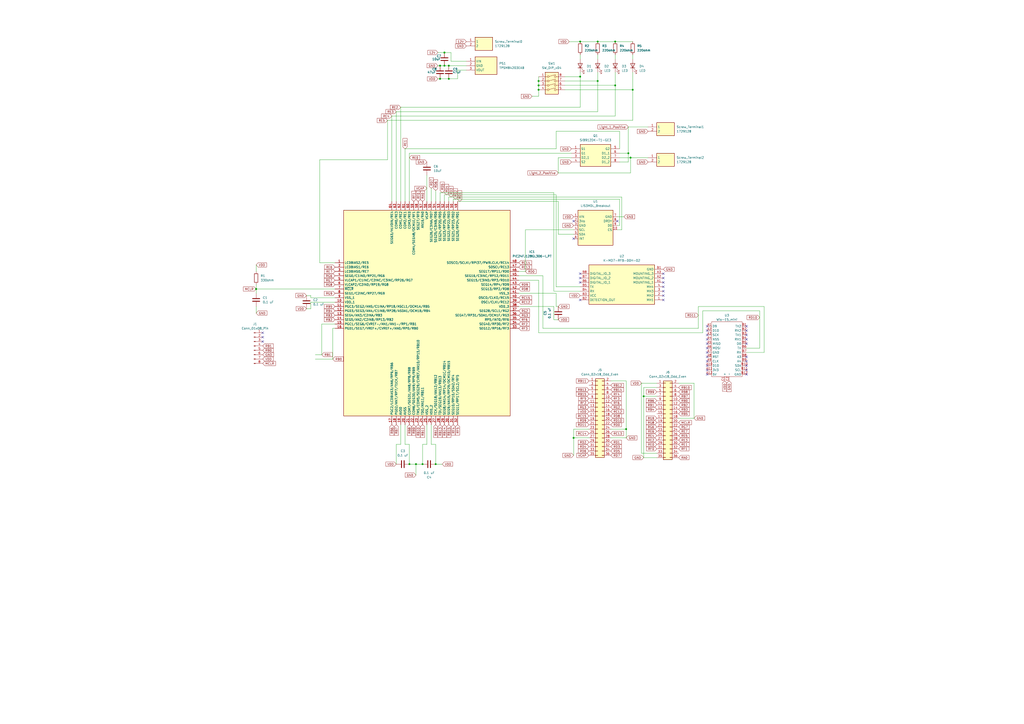
<source format=kicad_sch>
(kicad_sch (version 20231120) (generator "eeschema") (generator_version "8.0")
  (paper "A2")
  (title_block (title "Schematic for train detection module"))
  (junction (at 336.55 44.45))
  (junction (at 257.81 38.1))
  (junction (at 245.11 269.24))
  (junction (at 346.71 46.99))
  (junction (at 365.76 91.44))
  (junction (at 257.81 30.48))
  (junction (at 336.55 24.13))
  (junction (at 367.03 52.07))
  (junction (at 312.42 46.99))
  (junction (at 252.73 269.24))
  (junction (at 356.87 49.53))
  (junction (at 241.3 269.24))
  (junction (at 260.35 45.72))
  (junction (at 363.22 248.92))
  (junction (at 356.87 24.13))
  (junction (at 373.38 229.87))
  (junction (at 260.35 38.1))
  (junction (at 346.71 24.13))
  (junction (at 237.49 269.24))
  (junction (at 255.27 45.72))
  (junction (at 148.59 167.64))
  (junction (at 312.42 49.53))
  (junction (at 255.27 38.1))
  (junction (at 312.42 52.07))
  (junction (at 364.49 88.9))
  (junction (at 332.74 254))
  (no_connect (at 358.14 128.27))
  (no_connect (at 433.07 191.77))
  (no_connect (at 384.81 168.91))
  (no_connect (at 410.21 191.77))
  (no_connect (at 336.55 173.99))
  (no_connect (at 433.07 209.55))
  (no_connect (at 410.21 196.85))
  (no_connect (at 336.55 161.29))
  (no_connect (at 336.55 158.75))
  (no_connect (at 433.07 214.63))
  (no_connect (at 433.07 189.23))
  (no_connect (at 433.07 217.17))
  (no_connect (at 433.07 194.31))
  (no_connect (at 410.21 204.47))
  (no_connect (at 152.4 195.58))
  (no_connect (at 152.4 198.12))
  (no_connect (at 332.74 138.43))
  (no_connect (at 410.21 209.55))
  (no_connect (at 433.07 199.39))
  (no_connect (at 384.81 158.75))
  (no_connect (at 410.21 201.93))
  (no_connect (at 410.21 207.01))
  (no_connect (at 410.21 212.09))
  (no_connect (at 384.81 161.29))
  (no_connect (at 433.07 196.85))
  (no_connect (at 332.74 128.27))
  (no_connect (at 410.21 214.63))
  (no_connect (at 433.07 207.01))
  (no_connect (at 384.81 173.99))
  (no_connect (at 336.55 163.83))
  (no_connect (at 410.21 217.17))
  (no_connect (at 384.81 163.83))
  (no_connect (at 410.21 189.23))
  (no_connect (at 384.81 171.45))
  (no_connect (at 410.21 194.31))
  (no_connect (at 433.07 212.09))
  (no_connect (at 410.21 199.39))
  (no_connect (at 384.81 166.37))
  (no_connect (at 152.4 193.04))
  (wire (pts (xy 237.49 88.9) (xy 237.49 116.84)))
  (wire (pts (xy 443.23 204.47) (xy 433.07 204.47)))
  (wire (pts (xy 232.41 62.23) (xy 232.41 116.84)))
  (wire (pts (xy 440.69 180.34) (xy 440.69 201.93)))
  (wire (pts (xy 252.73 110.49) (xy 252.73 116.84)))
  (wire (pts (xy 257.81 113.03) (xy 322.58 113.03)))
  (wire (pts (xy 182.88 208.28) (xy 193.04 208.28)))
  (wire (pts (xy 381 262.89) (xy 372.11 262.89)))
  (wire (pts (xy 312.42 162.56) (xy 312.42 193.04)))
  (wire (pts (xy 359.41 86.36) (xy 359.41 76.2)))
  (wire (pts (xy 237.49 257.81) (xy 237.49 269.24)))
  (wire (pts (xy 312.42 46.99) (xy 312.42 44.45)))
  (wire (pts (xy 255.27 45.72) (xy 260.35 45.72)))
  (wire (pts (xy 234.95 246.38) (xy 234.95 257.81)))
  (wire (pts (xy 443.23 177.8) (xy 443.23 204.47)))
  (wire (pts (xy 322.58 76.2) (xy 322.58 86.36)))
  (wire (pts (xy 180.34 175.26) (xy 180.34 179.07)))
  (wire (pts (xy 265.43 40.64) (xy 265.43 45.72)))
  (wire (pts (xy 332.74 254) (xy 341.63 254)))
  (wire (pts (xy 359.41 88.9) (xy 364.49 88.9)))
  (wire (pts (xy 407.67 180.34) (xy 440.69 180.34)))
  (wire (pts (xy 381 224.79) (xy 373.38 224.79)))
  (wire (pts (xy 241.3 269.24) (xy 245.11 269.24)))
  (wire (pts (xy 405.13 177.8) (xy 443.23 177.8)))
  (wire (pts (xy 346.71 41.91) (xy 346.71 46.99)))
  (wire (pts (xy 372.11 222.25) (xy 381 222.25)))
  (wire (pts (xy 180.34 172.72) (xy 194.31 172.72)))
  (wire (pts (xy 373.38 229.87) (xy 381 229.87)))
  (wire (pts (xy 254 30.48) (xy 257.81 30.48)))
  (wire (pts (xy 312.42 52.07) (xy 312.42 49.53)))
  (wire (pts (xy 336.55 62.23) (xy 232.41 62.23)))
  (wire (pts (xy 312.42 49.53) (xy 312.42 46.99)))
  (wire (pts (xy 148.59 167.64) (xy 148.59 170.18)))
  (wire (pts (xy 255.27 111.76) (xy 255.27 116.84)))
  (wire (pts (xy 148.59 177.8) (xy 148.59 181.61)))
  (wire (pts (xy 234.95 257.81) (xy 237.49 257.81)))
  (wire (pts (xy 323.85 91.44) (xy 323.85 100.33)))
  (wire (pts (xy 373.38 224.79) (xy 373.38 229.87)))
  (wire (pts (xy 356.87 24.13) (xy 367.03 24.13)))
  (wire (pts (xy 186.69 187.96) (xy 194.31 187.96)))
  (wire (pts (xy 304.8 133.35) (xy 332.74 133.35)))
  (wire (pts (xy 367.03 31.75) (xy 367.03 34.29)))
  (wire (pts (xy 393.7 222.25) (xy 402.59 222.25)))
  (wire (pts (xy 341.63 248.92) (xy 332.74 248.92)))
  (wire (pts (xy 252.73 257.81) (xy 250.19 257.81)))
  (wire (pts (xy 346.71 64.77) (xy 229.87 64.77)))
  (wire (pts (xy 322.58 177.8) (xy 322.58 170.18)))
  (wire (pts (xy 367.03 52.07) (xy 367.03 69.85)))
  (wire (pts (xy 402.59 242.57) (xy 393.7 242.57)))
  (wire (pts (xy 247.65 101.6) (xy 247.65 116.84)))
  (wire (pts (xy 346.71 24.13) (xy 356.87 24.13)))
  (wire (pts (xy 336.55 44.45) (xy 336.55 62.23)))
  (wire (pts (xy 372.11 262.89) (xy 372.11 222.25)))
  (wire (pts (xy 257.81 38.1) (xy 260.35 38.1)))
  (wire (pts (xy 336.55 31.75) (xy 336.55 34.29)))
  (wire (pts (xy 229.87 64.77) (xy 229.87 116.84)))
  (wire (pts (xy 260.35 38.1) (xy 270.51 38.1)))
  (wire (pts (xy 234.95 86.36) (xy 234.95 116.84)))
  (wire (pts (xy 440.69 201.93) (xy 433.07 201.93)))
  (wire (pts (xy 237.49 88.9) (xy 331.47 88.9)))
  (wire (pts (xy 194.31 152.4) (xy 185.42 152.4)))
  (wire (pts (xy 252.73 257.81) (xy 252.73 269.24)))
  (wire (pts (xy 321.31 185.42) (xy 323.85 185.42)))
  (wire (pts (xy 193.04 190.5) (xy 193.04 208.28)))
  (wire (pts (xy 232.41 246.38) (xy 232.41 257.81)))
  (wire (pts (xy 336.55 41.91) (xy 336.55 44.45)))
  (wire (pts (xy 255.27 38.1) (xy 257.81 38.1)))
  (wire (pts (xy 180.34 179.07) (xy 177.8 179.07)))
  (wire (pts (xy 359.41 130.81) (xy 359.41 115.57)))
  (wire (pts (xy 327.66 49.53) (xy 356.87 49.53)))
  (wire (pts (xy 180.34 171.45) (xy 177.8 171.45)))
  (wire (pts (xy 300.99 162.56) (xy 312.42 162.56)))
  (wire (pts (xy 314.96 190.5) (xy 405.13 190.5)))
  (wire (pts (xy 364.49 93.98) (xy 364.49 88.9)))
  (wire (pts (xy 261.62 30.48) (xy 261.62 35.56)))
  (wire (pts (xy 260.35 114.3) (xy 260.35 116.84)))
  (wire (pts (xy 356.87 31.75) (xy 356.87 34.29)))
  (wire (pts (xy 358.14 130.81) (xy 359.41 130.81)))
  (wire (pts (xy 365.76 91.44) (xy 375.92 91.44)))
  (wire (pts (xy 332.74 254) (xy 332.74 264.16)))
  (wire (pts (xy 148.59 167.64) (xy 194.31 167.64)))
  (wire (pts (xy 185.42 152.4) (xy 185.42 92.71)))
  (wire (pts (xy 336.55 24.13) (xy 346.71 24.13)))
  (wire (pts (xy 252.73 269.24) (xy 256.54 269.24)))
  (wire (pts (xy 308.61 55.88) (xy 312.42 55.88)))
  (wire (pts (xy 304.8 157.48) (xy 304.8 133.35)))
  (wire (pts (xy 241.3 275.59) (xy 241.3 269.24)))
  (wire (pts (xy 323.85 135.89) (xy 323.85 116.84)))
  (wire (pts (xy 257.81 30.48) (xy 261.62 30.48)))
  (wire (pts (xy 359.41 93.98) (xy 364.49 93.98)))
  (wire (pts (xy 314.96 160.02) (xy 314.96 190.5)))
  (wire (pts (xy 321.31 177.8) (xy 300.99 177.8)))
  (wire (pts (xy 346.71 46.99) (xy 346.71 64.77)))
  (wire (pts (xy 402.59 222.25) (xy 402.59 242.57)))
  (wire (pts (xy 330.2 24.13) (xy 336.55 24.13)))
  (wire (pts (xy 354.33 248.92) (xy 363.22 248.92)))
  (wire (pts (xy 312.42 55.88) (xy 312.42 52.07)))
  (wire (pts (xy 180.34 175.26) (xy 194.31 175.26)))
  (wire (pts (xy 227.33 67.31) (xy 227.33 116.84)))
  (wire (pts (xy 322.58 86.36) (xy 234.95 86.36)))
  (wire (pts (xy 321.31 185.42) (xy 321.31 177.8)))
  (wire (pts (xy 186.69 205.74) (xy 186.69 187.96)))
  (wire (pts (xy 323.85 100.33) (xy 365.76 100.33)))
  (wire (pts (xy 254 38.1) (xy 255.27 38.1)))
  (wire (pts (xy 312.42 193.04) (xy 407.67 193.04)))
  (wire (pts (xy 229.87 257.81) (xy 229.87 269.24)))
  (wire (pts (xy 327.66 44.45) (xy 336.55 44.45)))
  (wire (pts (xy 327.66 46.99) (xy 346.71 46.99)))
  (wire (pts (xy 261.62 35.56) (xy 270.51 35.56)))
  (wire (pts (xy 358.14 125.73) (xy 361.95 125.73)))
  (wire (pts (xy 250.19 246.38) (xy 250.19 257.81)))
  (wire (pts (xy 360.68 133.35) (xy 360.68 114.3)))
  (wire (pts (xy 332.74 248.92) (xy 332.74 254)))
  (wire (pts (xy 185.42 92.71) (xy 224.79 92.71)))
  (wire (pts (xy 300.99 157.48) (xy 304.8 157.48)))
  (wire (pts (xy 322.58 166.37) (xy 336.55 166.37)))
  (wire (pts (xy 250.19 109.22) (xy 250.19 116.84)))
  (wire (pts (xy 321.31 111.76) (xy 255.27 111.76)))
  (wire (pts (xy 257.81 116.84) (xy 257.81 113.03)))
  (wire (pts (xy 354.33 220.98) (xy 363.22 220.98)))
  (wire (pts (xy 364.49 73.66) (xy 375.92 73.66)))
  (wire (pts (xy 367.03 41.91) (xy 367.03 52.07)))
  (wire (pts (xy 265.43 45.72) (xy 260.35 45.72)))
  (wire (pts (xy 232.41 257.81) (xy 229.87 257.81)))
  (wire (pts (xy 245.11 257.81) (xy 245.11 269.24)))
  (wire (pts (xy 323.85 116.84) (xy 265.43 116.84)))
  (wire (pts (xy 322.58 113.03) (xy 322.58 166.37)))
  (wire (pts (xy 373.38 265.43) (xy 381 265.43)))
  (wire (pts (xy 224.79 69.85) (xy 224.79 92.71)))
  (wire (pts (xy 148.59 165.1) (xy 148.59 167.64)))
  (wire (pts (xy 322.58 170.18) (xy 300.99 170.18)))
  (wire (pts (xy 363.22 220.98) (xy 363.22 248.92)))
  (wire (pts (xy 262.89 115.57) (xy 359.41 115.57)))
  (wire (pts (xy 321.31 168.91) (xy 321.31 111.76)))
  (wire (pts (xy 405.13 190.5) (xy 405.13 177.8)))
  (wire (pts (xy 356.87 67.31) (xy 227.33 67.31)))
  (wire (pts (xy 354.33 254) (xy 363.22 254)))
  (wire (pts (xy 321.31 168.91) (xy 336.55 168.91)))
  (wire (pts (xy 237.49 269.24) (xy 241.3 269.24)))
  (wire (pts (xy 193.04 190.5) (xy 194.31 190.5)))
  (wire (pts (xy 358.14 133.35) (xy 360.68 133.35)))
  (wire (pts (xy 262.89 115.57) (xy 262.89 116.84)))
  (wire (pts (xy 148.59 153.67) (xy 148.59 157.48)))
  (wire (pts (xy 327.66 52.07) (xy 367.03 52.07)))
  (wire (pts (xy 365.76 91.44) (xy 365.76 100.33)))
  (wire (pts (xy 346.71 31.75) (xy 346.71 34.29)))
  (wire (pts (xy 300.99 160.02) (xy 314.96 160.02)))
  (wire (pts (xy 367.03 69.85) (xy 224.79 69.85)))
  (wire (pts (xy 180.34 172.72) (xy 180.34 171.45)))
  (wire (pts (xy 356.87 41.91) (xy 356.87 49.53)))
  (wire (pts (xy 407.67 193.04) (xy 407.67 180.34)))
  (wire (pts (xy 322.58 177.8) (xy 323.85 177.8)))
  (wire (pts (xy 247.65 246.38) (xy 247.65 257.81)))
  (wire (pts (xy 356.87 49.53) (xy 356.87 67.31)))
  (wire (pts (xy 254 45.72) (xy 255.27 45.72)))
  (wire (pts (xy 270.51 40.64) (xy 265.43 40.64)))
  (wire (pts (xy 363.22 248.92) (xy 363.22 254)))
  (wire (pts (xy 331.47 91.44) (xy 323.85 91.44)))
  (wire (pts (xy 247.65 257.81) (xy 245.11 257.81)))
  (wire (pts (xy 332.74 135.89) (xy 323.85 135.89)))
  (wire (pts (xy 373.38 229.87) (xy 373.38 265.43)))
  (wire (pts (xy 359.41 76.2) (xy 322.58 76.2)))
  (wire (pts (xy 260.35 114.3) (xy 360.68 114.3)))
  (wire (pts (xy 182.88 205.74) (xy 186.69 205.74)))
  (wire (pts (xy 364.49 88.9) (xy 364.49 73.66)))
  (wire (pts (xy 359.41 91.44) (xy 365.76 91.44)))
  (global_label "RE5" (shape input) (at 224.79 69.85 180) (property "Intersheetrefs" "${INTERSHEET_REFS}" (effects (hide yes))))
  (global_label "VCAP" (shape input) (at 247.65 109.22 180) (property "Intersheetrefs" "${INTERSHEET_REFS}" (effects (hide yes))))
  (global_label "GND" (shape input) (at 363.22 254 0) (property "Intersheetrefs" "${INTERSHEET_REFS}" (effects (hide yes))))
  (global_label "Light_1_Positive" (shape input) (at 364.49 73.66 180) (property "Intersheetrefs" "${INTERSHEET_REFS}" (effects (hide yes))))
  (global_label "GND" (shape input) (at 308.61 55.88 180) (property "Intersheetrefs" "${INTERSHEET_REFS}" (effects (hide yes))))
  (global_label "MCLR" (shape input) (at 152.4 210.82 0) (property "Intersheetrefs" "${INTERSHEET_REFS}" (effects (hide yes))))
  (global_label "RG3" (shape input) (at 341.63 236.22 180) (property "Intersheetrefs" "${INTERSHEET_REFS}" (effects (hide yes))))
  (global_label "RD11" (shape input) (at 405.13 182.88 180) (property "Intersheetrefs" "${INTERSHEET_REFS}" (effects (hide yes))))
  (global_label "RF4" (shape input) (at 354.33 228.6 0) (property "Intersheetrefs" "${INTERSHEET_REFS}" (effects (hide yes))))
  (global_label "RB2" (shape input) (at 393.7 234.95 0) (property "Intersheetrefs" "${INTERSHEET_REFS}" (effects (hide yes))))
  (global_label "RB9" (shape input) (at 240.03 246.38 270) (property "Intersheetrefs" "${INTERSHEET_REFS}" (effects (hide yes))))
  (global_label "GND" (shape input) (at 384.81 156.21 0) (property "Intersheetrefs" "${INTERSHEET_REFS}" (effects (hide yes))))
  (global_label "RB7" (shape input) (at 229.87 246.38 270) (property "Intersheetrefs" "${INTERSHEET_REFS}" (effects (hide yes))))
  (global_label "GND" (shape input) (at 323.85 177.8 0) (property "Intersheetrefs" "${INTERSHEET_REFS}" (effects (hide yes))))
  (global_label "RB2" (shape input) (at 194.31 185.42 180) (property "Intersheetrefs" "${INTERSHEET_REFS}" (effects (hide yes))))
  (global_label "RB10" (shape input) (at 393.7 224.79 0) (property "Intersheetrefs" "${INTERSHEET_REFS}" (effects (hide yes))))
  (global_label "RE6" (shape input) (at 381 250.19 180) (property "Intersheetrefs" "${INTERSHEET_REFS}" (effects (hide yes))))
  (global_label "RD6" (shape input) (at 252.73 110.49 90) (property "Intersheetrefs" "${INTERSHEET_REFS}" (effects (hide yes))))
  (global_label "GND" (shape input) (at 152.4 205.74 0) (property "Intersheetrefs" "${INTERSHEET_REFS}" (effects (hide yes))))
  (global_label "VDD" (shape input) (at 420.37 220.98 270) (property "Intersheetrefs" "${INTERSHEET_REFS}" (effects (hide yes))))
  (global_label "RF1" (shape input) (at 240.03 116.84 90) (property "Intersheetrefs" "${INTERSHEET_REFS}" (effects (hide yes))))
  (global_label "RG8" (shape input) (at 194.31 165.1 180) (property "Intersheetrefs" "${INTERSHEET_REFS}" (effects (hide yes))))
  (global_label "RE0" (shape input) (at 237.49 91.44 0) (property "Intersheetrefs" "${INTERSHEET_REFS}" (effects (hide yes))))
  (global_label "RE2" (shape input) (at 381 255.27 180) (property "Intersheetrefs" "${INTERSHEET_REFS}" (effects (hide yes))))
  (global_label "GND" (shape input) (at 361.95 125.73 0) (property "Intersheetrefs" "${INTERSHEET_REFS}" (effects (hide yes))))
  (global_label "RC12" (shape input) (at 300.99 175.26 0) (property "Intersheetrefs" "${INTERSHEET_REFS}" (effects (hide yes))))
  (global_label "RB12" (shape input) (at 354.33 223.52 0) (property "Intersheetrefs" "${INTERSHEET_REFS}" (effects (hide yes))))
  (global_label "RB14" (shape input) (at 354.33 226.06 0) (property "Intersheetrefs" "${INTERSHEET_REFS}" (effects (hide yes))))
  (global_label "RB1" (shape input) (at 381 234.95 180) (property "Intersheetrefs" "${INTERSHEET_REFS}" (effects (hide yes))))
  (global_label "VDD" (shape input) (at 256.54 269.24 0) (property "Intersheetrefs" "${INTERSHEET_REFS}" (effects (hide yes))))
  (global_label "RC14" (shape input) (at 300.99 152.4 0) (property "Intersheetrefs" "${INTERSHEET_REFS}" (effects (hide yes))))
  (global_label "RB0" (shape input) (at 193.04 208.28 0) (property "Intersheetrefs" "${INTERSHEET_REFS}" (effects (hide yes))))
  (global_label "RD3" (shape input) (at 261.62 114.3 90) (property "Intersheetrefs" "${INTERSHEET_REFS}" (effects (hide yes))))
  (global_label "RB15" (shape input) (at 341.63 228.6 180) (property "Intersheetrefs" "${INTERSHEET_REFS}" (effects (hide yes))))
  (global_label "RD2" (shape input) (at 341.63 256.54 180) (property "Intersheetrefs" "${INTERSHEET_REFS}" (effects (hide yes))))
  (global_label "RC15" (shape input) (at 341.63 241.3 180) (property "Intersheetrefs" "${INTERSHEET_REFS}" (effects (hide yes))))
  (global_label "MCLR" (shape input) (at 393.7 245.11 0) (property "Intersheetrefs" "${INTERSHEET_REFS}" (effects (hide yes))))
  (global_label "RD7" (shape input) (at 354.33 264.16 0) (property "Intersheetrefs" "${INTERSHEET_REFS}" (effects (hide yes))))
  (global_label "RD9" (shape input) (at 341.63 243.84 180) (property "Intersheetrefs" "${INTERSHEET_REFS}" (effects (hide yes))))
  (global_label "RF0" (shape input) (at 242.57 116.84 90) (property "Intersheetrefs" "${INTERSHEET_REFS}" (effects (hide yes))))
  (global_label "RG6" (shape input) (at 194.31 160.02 180) (property "Intersheetrefs" "${INTERSHEET_REFS}" (effects (hide yes))))
  (global_label "GND" (shape input) (at 373.38 265.43 180) (property "Intersheetrefs" "${INTERSHEET_REFS}" (effects (hide yes))))
  (global_label "VDD" (shape input) (at 341.63 238.76 180) (property "Intersheetrefs" "${INTERSHEET_REFS}" (effects (hide yes))))
  (global_label "RC12" (shape input) (at 354.33 238.76 0) (property "Intersheetrefs" "${INTERSHEET_REFS}" (effects (hide yes))))
  (global_label "RB5" (shape input) (at 393.7 240.03 0) (property "Intersheetrefs" "${INTERSHEET_REFS}" (effects (hide yes))))
  (global_label "VDD" (shape input) (at 254 45.72 180) (property "Intersheetrefs" "${INTERSHEET_REFS}" (effects (hide yes))))
  (global_label "VDD" (shape input) (at 330.2 24.13 180) (property "Intersheetrefs" "${INTERSHEET_REFS}" (effects (hide yes))))
  (global_label "VDD" (shape input) (at 332.74 125.73 180) (property "Intersheetrefs" "${INTERSHEET_REFS}" (effects (hide yes))))
  (global_label "RD7" (shape input) (at 250.19 109.22 90) (property "Intersheetrefs" "${INTERSHEET_REFS}" (effects (hide yes))))
  (global_label "RG3" (shape input) (at 300.99 182.88 0) (property "Intersheetrefs" "${INTERSHEET_REFS}" (effects (hide yes))))
  (global_label "RD5" (shape input) (at 354.33 261.62 0) (property "Intersheetrefs" "${INTERSHEET_REFS}" (effects (hide yes))))
  (global_label "RB5" (shape input) (at 194.31 177.8 180) (property "Intersheetrefs" "${INTERSHEET_REFS}" (effects (hide yes))))
  (global_label "RF0" (shape input) (at 381 260.35 180) (property "Intersheetrefs" "${INTERSHEET_REFS}" (effects (hide yes))))
  (global_label "RD1" (shape input) (at 354.33 256.54 0) (property "Intersheetrefs" "${INTERSHEET_REFS}" (effects (hide yes))))
  (global_label "VDD" (shape input) (at 372.11 222.25 180) (property "Intersheetrefs" "${INTERSHEET_REFS}" (effects (hide yes))))
  (global_label "RG7" (shape input) (at 393.7 247.65 0) (property "Intersheetrefs" "${INTERSHEET_REFS}" (effects (hide yes))))
  (global_label "RE1" (shape input) (at 393.7 257.81 0) (property "Intersheetrefs" "${INTERSHEET_REFS}" (effects (hide yes))))
  (global_label "RE1" (shape input) (at 234.95 86.36 90) (property "Intersheetrefs" "${INTERSHEET_REFS}" (effects (hide yes))))
  (global_label "RD10" (shape input) (at 354.33 243.84 0) (property "Intersheetrefs" "${INTERSHEET_REFS}" (effects (hide yes))))
  (global_label "RD6" (shape input) (at 341.63 261.62 180) (property "Intersheetrefs" "${INTERSHEET_REFS}" (effects (hide yes))))
  (global_label "RE6" (shape input) (at 194.31 154.94 180) (property "Intersheetrefs" "${INTERSHEET_REFS}" (effects (hide yes))))
  (global_label "RD4" (shape input) (at 259.08 113.03 90) (property "Intersheetrefs" "${INTERSHEET_REFS}" (effects (hide yes))))
  (global_label "RD8" (shape input) (at 354.33 241.3 0) (property "Intersheetrefs" "${INTERSHEET_REFS}" (effects (hide yes))))
  (global_label "RG9" (shape input) (at 381 242.57 180) (property "Intersheetrefs" "${INTERSHEET_REFS}" (effects (hide yes))))
  (global_label "RB7" (shape input) (at 393.7 229.87 0) (property "Intersheetrefs" "${INTERSHEET_REFS}" (effects (hide yes))))
  (global_label "12V" (shape input) (at 254 30.48 180) (property "Intersheetrefs" "${INTERSHEET_REFS}" (effects (hide yes))))
  (global_label "VDD" (shape input) (at 229.87 269.24 180) (property "Intersheetrefs" "${INTERSHEET_REFS}" (effects (hide yes))))
  (global_label "GND" (shape input) (at 254 38.1 180) (property "Intersheetrefs" "${INTERSHEET_REFS}" (effects (hide yes))))
  (global_label "RG2" (shape input) (at 354.33 236.22 0) (property "Intersheetrefs" "${INTERSHEET_REFS}" (effects (hide yes))))
  (global_label "RD0" (shape input) (at 304.8 157.48 0) (property "Intersheetrefs" "${INTERSHEET_REFS}" (effects (hide yes))))
  (global_label "GND" (shape input) (at 148.59 181.61 0) (property "Intersheetrefs" "${INTERSHEET_REFS}" (effects (hide yes))))
  (global_label "RB3" (shape input) (at 393.7 237.49 0) (property "Intersheetrefs" "${INTERSHEET_REFS}" (effects (hide yes))))
  (global_label "RG2" (shape input) (at 300.99 180.34 0) (property "Intersheetrefs" "${INTERSHEET_REFS}" (effects (hide yes))))
  (global_label "RG9" (shape input) (at 194.31 170.18 180) (property "Intersheetrefs" "${INTERSHEET_REFS}" (effects (hide yes))))
  (global_label "RE7" (shape input) (at 194.31 157.48 180) (property "Intersheetrefs" "${INTERSHEET_REFS}" (effects (hide yes))))
  (global_label "GND" (shape input) (at 332.74 264.16 180) (property "Intersheetrefs" "${INTERSHEET_REFS}" (effects (hide yes))))
  (global_label "RD1" (shape input) (at 266.7 116.84 90) (property "Intersheetrefs" "${INTERSHEET_REFS}" (effects (hide yes))))
  (global_label "VDD" (shape input) (at 152.4 208.28 0) (property "Intersheetrefs" "${INTERSHEET_REFS}" (effects (hide yes))))
  (global_label "GND" (shape input) (at 332.74 130.81 180) (property "Intersheetrefs" "${INTERSHEET_REFS}" (effects (hide yes))))
  (global_label "RF3" (shape input) (at 354.33 231.14 0) (property "Intersheetrefs" "${INTERSHEET_REFS}" (effects (hide yes))))
  (global_label "RB1" (shape input) (at 152.4 200.66 0) (property "Intersheetrefs" "${INTERSHEET_REFS}" (effects (hide yes))))
  (global_label "RF6" (shape input) (at 354.33 233.68 0) (property "Intersheetrefs" "${INTERSHEET_REFS}" (effects (hide yes))))
  (global_label "RB0" (shape input) (at 152.4 203.2 0) (property "Intersheetrefs" "${INTERSHEET_REFS}" (effects (hide yes))))
  (global_label "RB6" (shape input) (at 381 232.41 180) (property "Intersheetrefs" "${INTERSHEET_REFS}" (effects (hide yes))))
  (global_label "GND" (shape input) (at 177.8 171.45 180) (property "Intersheetrefs" "${INTERSHEET_REFS}" (effects (hide yes))))
  (global_label "RE4" (shape input) (at 381 252.73 180) (property "Intersheetrefs" "${INTERSHEET_REFS}" (effects (hide yes))))
  (global_label "RD0" (shape input) (at 354.33 246.38 0) (property "Intersheetrefs" "${INTERSHEET_REFS}" (effects (hide yes))))
  (global_label "VCAP" (shape input) (at 341.63 264.16 180) (property "Intersheetrefs" "${INTERSHEET_REFS}" (effects (hide yes))))
  (global_label "RF5" (shape input) (at 265.43 246.38 270) (property "Intersheetrefs" "${INTERSHEET_REFS}" (effects (hide yes))))
  (global_label "VDD" (shape input) (at 323.85 185.42 0) (property "Intersheetrefs" "${INTERSHEET_REFS}" (effects (hide yes))))
  (global_label "RG8" (shape input) (at 381 245.11 180) (property "Intersheetrefs" "${INTERSHEET_REFS}" (effects (hide yes))))
  (global_label "RD4" (shape input) (at 341.63 259.08 180) (property "Intersheetrefs" "${INTERSHEET_REFS}" (effects (hide yes))))
  (global_label "GND" (shape input) (at 402.59 242.57 0) (property "Intersheetrefs" "${INTERSHEET_REFS}" (effects (hide yes))))
  (global_label "RE4" (shape input) (at 227.33 67.31 180) (property "Intersheetrefs" "${INTERSHEET_REFS}" (effects (hide yes))))
  (global_label "RD11" (shape input) (at 341.63 246.38 180) (property "Intersheetrefs" "${INTERSHEET_REFS}" (effects (hide yes))))
  (global_label "GND" (shape input) (at 331.47 93.98 180) (property "Intersheetrefs" "${INTERSHEET_REFS}" (effects (hide yes))))
  (global_label "RF3" (shape input) (at 300.99 190.5 0) (property "Intersheetrefs" "${INTERSHEET_REFS}" (effects (hide yes))))
  (global_label "Light_2_Positive" (shape input) (at 323.85 100.33 180) (property "Intersheetrefs" "${INTERSHEET_REFS}" (effects (hide yes))))
  (global_label "RB13" (shape input) (at 255.27 246.38 270) (property "Intersheetrefs" "${INTERSHEET_REFS}" (effects (hide yes))))
  (global_label "12V" (shape input) (at 270.51 24.13 180) (property "Intersheetrefs" "${INTERSHEET_REFS}" (effects (hide yes))))
  (global_label "RC13" (shape input) (at 354.33 251.46 0) (property "Intersheetrefs" "${INTERSHEET_REFS}" (effects (hide yes))))
  (global_label "MCLR" (shape input) (at 148.59 167.64 180) (property "Intersheetrefs" "${INTERSHEET_REFS}" (effects (hide yes))))
  (global_label "RC13" (shape input) (at 300.99 154.94 0) (property "Intersheetrefs" "${INTERSHEET_REFS}" (effects (hide yes))))
  (global_label "RA0" (shape input) (at 393.7 265.43 0) (property "Intersheetrefs" "${INTERSHEET_REFS}" (effects (hide yes))))
  (global_label "RF1" (shape input) (at 393.7 260.35 0) (property "Intersheetrefs" "${INTERSHEET_REFS}" (effects (hide yes))))
  (global_label "RD9" (shape input) (at 300.99 165.1 0) (property "Intersheetrefs" "${INTERSHEET_REFS}" (effects (hide yes))))
  (global_label "RB14" (shape input) (at 257.81 246.38 270) (property "Intersheetrefs" "${INTERSHEET_REFS}" (effects (hide yes))))
  (global_label "RF2" (shape input) (at 300.99 187.96 0) (property "Intersheetrefs" "${INTERSHEET_REFS}" (effects (hide yes))))
  (global_label "RB3" (shape input) (at 194.31 182.88 180) (property "Intersheetrefs" "${INTERSHEET_REFS}" (effects (hide yes))))
  (global_label "GND" (shape input) (at 241.3 275.59 180) (property "Intersheetrefs" "${INTERSHEET_REFS}" (effects (hide yes))))
  (global_label "RB10" (shape input) (at 242.57 246.38 270) (property "Intersheetrefs" "${INTERSHEET_REFS}" (effects (hide yes))))
  (global_label "RF2" (shape input) (at 341.63 233.68 180) (property "Intersheetrefs" "${INTERSHEET_REFS}" (effects (hide yes))))
  (global_label "RG6" (shape input) (at 381 247.65 180) (property "Intersheetrefs" "${INTERSHEET_REFS}" (effects (hide yes))))
  (global_label "RB8" (shape input) (at 237.49 246.38 270) (property "Intersheetrefs" "${INTERSHEET_REFS}" (effects (hide yes))))
  (global_label "RF4" (shape input) (at 262.89 246.38 270) (property "Intersheetrefs" "${INTERSHEET_REFS}" (effects (hide yes))))
  (global_label "RC15" (shape input) (at 300.99 172.72 0) (property "Intersheetrefs" "${INTERSHEET_REFS}" (effects (hide yes))))
  (global_label "GND" (shape input) (at 375.92 76.2 180) (property "Intersheetrefs" "${INTERSHEET_REFS}" (effects (hide yes))))
  (global_label "GND" (shape input) (at 247.65 93.98 180) (property "Intersheetrefs" "${INTERSHEET_REFS}" (effects (hide yes))))
  (global_label "RB11" (shape input) (at 341.63 220.98 180) (property "Intersheetrefs" "${INTERSHEET_REFS}" (effects (hide yes))))
  (global_label "RE2" (shape input) (at 232.41 62.23 180) (property "Intersheetrefs" "${INTERSHEET_REFS}" (effects (hide yes))))
  (global_label "RB6" (shape input) (at 227.33 246.38 270) (property "Intersheetrefs" "${INTERSHEET_REFS}" (effects (hide yes))))
  (global_label "RC14" (shape input) (at 341.63 251.46 180) (property "Intersheetrefs" "${INTERSHEET_REFS}" (effects (hide yes))))
  (global_label "RB0" (shape input) (at 393.7 232.41 0) (property "Intersheetrefs" "${INTERSHEET_REFS}" (effects (hide yes))))
  (global_label "RE5" (shape input) (at 393.7 252.73 0) (property "Intersheetrefs" "${INTERSHEET_REFS}" (effects (hide yes))))
  (global_label "RB4" (shape input) (at 194.31 180.34 180) (property "Intersheetrefs" "${INTERSHEET_REFS}" (effects (hide yes))))
  (global_label "VDD" (shape input) (at 336.55 171.45 180) (property "Intersheetrefs" "${INTERSHEET_REFS}" (effects (hide yes))))
  (global_label "RB13" (shape input) (at 341.63 226.06 180) (property "Intersheetrefs" "${INTERSHEET_REFS}" (effects (hide yes))))
  (global_label "RG7" (shape input) (at 194.31 162.56 180) (property "Intersheetrefs" "${INTERSHEET_REFS}" (effects (hide yes))))
  (global_label "RD2" (shape input) (at 264.16 115.57 90) (property "Intersheetrefs" "${INTERSHEET_REFS}" (effects (hide yes))))
  (global_label "RB9" (shape input) (at 381 227.33 180) (property "Intersheetrefs" "${INTERSHEET_REFS}" (effects (hide yes))))
  (global_label "RB1" (shape input) (at 186.69 205.74 0) (property "Intersheetrefs" "${INTERSHEET_REFS}" (effects (hide yes))))
  (global_label "RE3" (shape input) (at 393.7 255.27 0) (property "Intersheetrefs" "${INTERSHEET_REFS}" (effects (hide yes))))
  (global_label "RA0" (shape input) (at 245.11 116.84 90) (property "Intersheetrefs" "${INTERSHEET_REFS}" (effects (hide yes))))
  (global_label "GND" (shape input) (at 270.51 26.67 180) (property "Intersheetrefs" "${INTERSHEET_REFS}" (effects (hide yes))))
  (global_label "RB4" (shape input) (at 381 237.49 180) (property "Intersheetrefs" "${INTERSHEET_REFS}" (effects (hide yes))))
  (global_label "RD5" (shape input) (at 256.54 111.76 90) (property "Intersheetrefs" "${INTERSHEET_REFS}" (effects (hide yes))))
  (global_label "RE7" (shape input) (at 393.7 250.19 0) (property "Intersheetrefs" "${INTERSHEET_REFS}" (effects (hide yes))))
  (global_label "RD3" (shape input) (at 354.33 259.08 0) (property "Intersheetrefs" "${INTERSHEET_REFS}" (effects (hide yes))))
  (global_label "GND" (shape input) (at 331.47 86.36 180) (property "Intersheetrefs" "${INTERSHEET_REFS}" (effects (hide yes))))
  (global_label "RB8" (shape input) (at 393.7 227.33 0) (property "Intersheetrefs" "${INTERSHEET_REFS}" (effects (hide yes))))
  (global_label "RF5" (shape input) (at 341.63 231.14 180) (property "Intersheetrefs" "${INTERSHEET_REFS}" (effects (hide yes))))
  (global_label "GND" (shape input) (at 375.92 93.98 180) (property "Intersheetrefs" "${INTERSHEET_REFS}" (effects (hide yes))))
  (global_label "VDD" (shape input) (at 177.8 179.07 180) (property "Intersheetrefs" "${INTERSHEET_REFS}" (effects (hide yes))))
  (global_label "RB15" (shape input) (at 260.35 246.38 270) (property "Intersheetrefs" "${INTERSHEET_REFS}" (effects (hide yes))))
  (global_label "RD10" (shape input) (at 440.69 184.15 180) (property "Intersheetrefs" "${INTERSHEET_REFS}" (effects (hide yes))))
  (global_label "VDD" (shape input) (at 148.59 153.67 0) (property "Intersheetrefs" "${INTERSHEET_REFS}" (effects (hide yes))))
  (global_label "RB12" (shape input) (at 252.73 246.38 270) (property "Intersheetrefs" "${INTERSHEET_REFS}" (effects (hide yes))))
  (global_label "RF6" (shape input) (at 300.99 185.42 0) (property "Intersheetrefs" "${INTERSHEET_REFS}" (effects (hide yes))))
  (global_label "RE3" (shape input) (at 229.87 64.77 180) (property "Intersheetrefs" "${INTERSHEET_REFS}" (effects (hide yes))))
  (global_label "RE0" (shape input) (at 381 257.81 180) (property "Intersheetrefs" "${INTERSHEET_REFS}" (effects (hide yes))))
  (global_label "GND" (shape input) (at 422.91 220.98 270) (property "Intersheetrefs" "${INTERSHEET_REFS}" (effects (hide yes))))
  (global_label "RB11" (shape input) (at 245.11 246.38 270) (property "Intersheetrefs" "${INTERSHEET_REFS}" (effects (hide yes))))
  (global_label "RD8" (shape input) (at 300.99 167.64 0) (property "Intersheetrefs" "${INTERSHEET_REFS}" (effects (hide yes))))
  (symbol (lib_id "Screw_Terminal_Symbols:1729128") (at 375.92 91.44 0) (unit 1)
    (property "Reference" "Screw_Terminal2" (at 392.43 91.4399 0) (effects (justify left)))
    (property "Value" "1729128" (at 392.43 93.9799 0) (effects (justify left)))
    (property "Footprint" "Screw_Terminal:1729128" (effects (hide yes)))
    (property "Datasheet" "http://www.phoenixcontact.net/product/1729128" (effects (hide yes)))
    (property "Description" "PCB terminal block, nominal current: 13.5 A, rated voltage (III/2): 400 V, nominal cross section: 1.5 mm?, Number of potentials: 2, Number of rows: 1, Number of positions per row: 2, product range: MKDSN 1,5, pitch: 5.08 mm, connection method: Screw connection with tension sleeve, mounting: Wave soldering, conductor/PCB connection direction: 0 ?, color: green, Pin layout: Linear pinning, Solder pin [P]: 3.5 mm, type of packaging: packed in cardboard" (effects (hide yes)))
    (property "Height" "10.15" (effects (hide yes)))
    (property "Mouser Part Number" "651-1729128" (effects (hide yes)))
    (property "Mouser Price/Stock" "https://www.mouser.co.uk/ProductDetail/Phoenix-Contact/1729128?qs=GFUSqQMLmmnCBVBY3dts9w%3D%3D" (effects (hide yes)))
    (property "Manufacturer_Name" "Phoenix Contact" (effects (hide yes)))
    (property "Manufacturer_Part_Number" "1729128" (effects (hide yes)))
  )
  (symbol (lib_id "Device:LED") (at 367.03 38.1 90) (unit 1)
    (property "Reference" "D4" (at 370.84 38.4174 90) (effects (justify right)))
    (property "Value" "LED" (at 370.84 40.9574 90) (effects (justify right)))
    (property "Footprint" "LED_THT:LED_D5.0mm" (effects (hide yes)))
    (property "Description" "Light emitting diode" (effects (hide yes)))
  )
  (symbol (lib_id "Device:R") (at 367.03 27.94 0) (unit 1)
    (property "Reference" "R5" (at 369.57 26.6699 0) (effects (justify left)))
    (property "Value" "220ohm" (at 369.57 29.2099 0) (effects (justify left)))
    (property "Footprint" "Resistor_SMD:R_0603_1608Metric" (effects (hide yes)))
    (property "Description" "Resistor" (effects (hide yes)))
  )
  (symbol (lib_id "Device:C") (at 257.81 34.29 0) (unit 1)
    (property "Reference" "C7" (at 253.238 32.512 0) (effects (justify left)))
    (property "Value" "10uF" (at 250.698 34.29 0) (effects (justify left)))
    (property "Footprint" "Capacitor_SMD:C_0603_1608Metric" (effects (hide yes)))
    (property "Description" "Unpolarized capacitor" (effects (hide yes)))
  )
  (symbol (lib_id "PIC24FJ128GL306-I_PT1.1:PIC24FJ128GL306-I_PT") (at 194.31 152.4 0) (unit 1)
    (property "Reference" "IC1" (at 308.61 146.0814 0))
    (property "Value" "PIC24FJ128GL306-I_PT" (at 308.61 148.6214 0))
    (property "Footprint" "pic24_footprint:QFP50P1200X1200X120-64N" (effects (hide yes)))
    (property "Datasheet" "http://ww1.microchip.com/downloads/en/DeviceDoc/PIC24FJ128GL306-Family-Data-Sheet-DS30010198B.pdf" (effects (hide yes)))
    (property "Description" "16-bit Microcontrollers - MCU 16-bit, 16 MIPS, 128KB ECC Flash, 8KB RAM, LCD, XLP, 64-pin" (effects (hide yes)))
    (property "Height" "1.2" (effects (hide yes)))
    (property "Mouser Part Number" "579-C24FJ128GL306IPT" (effects (hide yes)))
    (property "Mouser Price/Stock" "https://www.mouser.co.uk/ProductDetail/Microchip-Technology/PIC24FJ128GL306-I-PT?qs=GBLSl2AkirtHmG5CiG9GPw%3D%3D" (effects (hide yes)))
    (property "Manufacturer_Name" "Microchip" (effects (hide yes)))
    (property "Manufacturer_Part_Number" "PIC24FJ128GL306-I/PT" (effects (hide yes)))
  )
  (symbol (lib_id "Device:C") (at 247.65 97.79 0) (unit 1)
    (property "Reference" "C6" (at 251.46 96.5199 0) (effects (justify left)))
    (property "Value" "10uF" (at 251.46 99.0599 0) (effects (justify left)))
    (property "Footprint" "Capacitor_SMD:C_0603_1608Metric" (effects (hide yes)))
    (property "Description" "Unpolarized capacitor" (effects (hide yes)))
  )
  (symbol (lib_id "Device:C") (at 233.68 269.24 270) (unit 1)
    (property "Reference" "C3" (at 233.68 261.62 90))
    (property "Value" "0.1 uF" (at 233.68 264.16 90))
    (property "Footprint" "Capacitor_SMD:C_0603_1608Metric" (effects (hide yes)))
    (property "Description" "Unpolarized capacitor" (effects (hide yes)))
  )
  (symbol (lib_id "Device:C") (at 323.85 181.61 0) (unit 1)
    (property "Reference" "C5" (at 316.23 181.61 90))
    (property "Value" "0.1 uF" (at 318.77 181.61 90))
    (property "Footprint" "Capacitor_SMD:C_0603_1608Metric" (effects (hide yes)))
    (property "Description" "Unpolarized capacitor" (effects (hide yes)))
  )
  (symbol (lib_id "Device:C") (at 248.92 269.24 90) (unit 1)
    (property "Reference" "C4" (at 248.92 276.86 90))
    (property "Value" "0.1 uF" (at 248.92 274.32 90))
    (property "Footprint" "Capacitor_SMD:C_0603_1608Metric" (effects (hide yes)))
    (property "Description" "Unpolarized capacitor" (effects (hide yes)))
  )
  (symbol (lib_id "LoRa_Tranciever:Wio-E5_min") (at 417.83 191.77 0) (unit 1)
    (property "Reference" "U3" (at 421.64 182.88 0))
    (property "Value" "Wio-E5_mini" (at 421.64 185.42 0))
    (property "Footprint" "LoRa Tranciever:Wio-E5_mini" (effects (hide yes)))
  )
  (symbol (lib_id "K-MD7-RFB-00H-02:K-MD7-RFB-00H-02") (at 384.81 173.99 180) (unit 1)
    (property "Reference" "U2" (at 360.68 148.59 0))
    (property "Value" "K-MD7-RFB-00H-02" (at 360.68 151.13 0))
    (property "Footprint" "Radar:KMD7RFB00H02" (effects (hide yes)))
    (property "Datasheet" "https://rfbeam.ch/wp-content/uploads/dlm_uploads/2023/04/Datasheet_K-MD7.pdf" (effects (hide yes)))
    (property "Description" "RF Transceiver 24GHz digital multi target tracking radar" (effects (hide yes)))
    (property "Height" "8.3" (effects (hide yes)))
    (property "Manufacturer_Name" "RFBEAM" (effects (hide yes)))
    (property "Manufacturer_Part_Number" "K-MD7-RFB-00H-02" (effects (hide yes)))
  )
  (symbol (lib_id "Switch:SW_DIP_x04") (at 320.04 49.53 0) (unit 1)
    (property "Reference" "SW1" (at 320.04 36.83 0))
    (property "Value" "SW_DIP_x04" (at 320.04 39.37 0))
    (property "Footprint" "Button_Switch_THT:SW_DIP_SPSTx04_Piano_10.8x11.72mm_W7.62mm_P2.54mm" (effects (hide yes)))
    (property "Description" "4x DIP Switch, Single Pole Single Throw (SPST) switch, small symbol" (effects (hide yes)))
  )
  (symbol (lib_id "Screw_Terminal_Symbols:1729128") (at 375.92 73.66 0) (unit 1)
    (property "Reference" "Screw_Terminal1" (at 392.43 73.6599 0) (effects (justify left)))
    (property "Value" "1729128" (at 392.43 76.1999 0) (effects (justify left)))
    (property "Footprint" "Screw_Terminal:1729128" (effects (hide yes)))
    (property "Datasheet" "http://www.phoenixcontact.net/product/1729128" (effects (hide yes)))
    (property "Description" "PCB terminal block, nominal current: 13.5 A, rated voltage (III/2): 400 V, nominal cross section: 1.5 mm?, Number of potentials: 2, Number of rows: 1, Number of positions per row: 2, product range: MKDSN 1,5, pitch: 5.08 mm, connection method: Screw connection with tension sleeve, mounting: Wave soldering, conductor/PCB connection direction: 0 ?, color: green, Pin layout: Linear pinning, Solder pin [P]: 3.5 mm, type of packaging: packed in cardboard" (effects (hide yes)))
    (property "Height" "10.15" (effects (hide yes)))
    (property "Mouser Part Number" "651-1729128" (effects (hide yes)))
    (property "Mouser Price/Stock" "https://www.mouser.co.uk/ProductDetail/Phoenix-Contact/1729128?qs=GFUSqQMLmmnCBVBY3dts9w%3D%3D" (effects (hide yes)))
    (property "Manufacturer_Name" "Phoenix Contact" (effects (hide yes)))
    (property "Manufacturer_Part_Number" "1729128" (effects (hide yes)))
  )
  (symbol (lib_id "Device:C") (at 255.27 41.91 0) (unit 1)
    (property "Reference" "C8" (at 250.698 40.132 0) (effects (justify left)))
    (property "Value" "47uF" (at 247.904 41.91 0) (effects (justify left)))
    (property "Footprint" "Capacitor_SMD:C_1210_3225Metric" (effects (hide yes)))
    (property "Description" "Unpolarized capacitor" (effects (hide yes)))
  )
  (symbol (lib_id "Step_Down_Voltage:TPSM84203EAB") (at 270.51 35.56 0) (unit 1)
    (property "Reference" "PS1" (at 289.56 36.8299 0) (effects (justify left)))
    (property "Value" "TPSM84203EAB" (at 289.56 39.3699 0) (effects (justify left)))
    (property "Footprint" "Step_Down_Voltage:TPSM84203EAB" (effects (hide yes)))
    (property "Datasheet" "http://www.ti.com/lit/gpn/tpsm84203" (effects (hide yes)))
    (property "Description" "1.5A, 28V Input, 3.3V Output, TO-220 Power Module" (effects (hide yes)))
    (property "Height" "11.1" (effects (hide yes)))
    (property "Mouser Part Number" "595-TPSM84203EAB" (effects (hide yes)))
    (property "Mouser Price/Stock" "https://www.mouser.co.uk/ProductDetail/Texas-Instruments/TPSM84203EAB?qs=EU6FO9ffTwdvD6IyQBtt5A%3D%3D" (effects (hide yes)))
    (property "Manufacturer_Name" "Texas Instruments" (effects (hide yes)))
    (property "Manufacturer_Part_Number" "TPSM84203EAB" (effects (hide yes)))
  )
  (symbol (lib_id "Connector_Generic:Conn_02x18_Odd_Even") (at 346.71 241.3 0) (unit 1)
    (property "Reference" "J5" (at 347.98 214.63 0))
    (property "Value" "Conn_02x18_Odd_Even" (at 347.98 217.17 0))
    (property "Footprint" "Connector_PinSocket_2.54mm:PinSocket_2x18_P2.54mm_Vertical" (effects (hide yes)))
    (property "Description" "Generic connector, double row, 02x18, odd/even pin numbering scheme (row 1 odd numbers, row 2 even numbers), script generated (kicad-library-utils/schlib/autogen/connector/)" (effects (hide yes)))
  )
  (symbol (lib_id "Device:R") (at 346.71 27.94 0) (unit 1)
    (property "Reference" "R3" (at 349.25 26.6699 0) (effects (justify left)))
    (property "Value" "220ohm" (at 349.25 29.2099 0) (effects (justify left)))
    (property "Footprint" "Resistor_SMD:R_0603_1608Metric" (effects (hide yes)))
    (property "Description" "Resistor" (effects (hide yes)))
  )
  (symbol (lib_id "Connector:Conn_01x08_Pin") (at 147.32 200.66 0) (unit 1)
    (property "Reference" "J1" (at 147.955 187.96 0))
    (property "Value" "Conn_01x08_Pin" (at 147.955 190.5 0))
    (property "Footprint" "Connector_PinHeader_2.54mm:PinHeader_1x08_P2.54mm_Horizontal" (effects (hide yes)))
    (property "Description" "Generic connector, single row, 01x08, script generated" (effects (hide yes)))
  )
  (symbol (lib_id "SIB912DK-T1-GE3:SIB912DK-T1-GE3") (at 331.47 86.36 0) (unit 1)
    (property "Reference" "Q1" (at 345.44 78.74 0))
    (property "Value" "SIB912DK-T1-GE3" (at 345.44 81.28 0))
    (property "Footprint" "Power_MOSFET:SIB912DKT1GE3" (effects (hide yes)))
    (property "Datasheet" "http://www.vishay.com/docs/68883/sib912dk.pdf" (effects (hide yes)))
    (property "Description" "MOSFET 20V Vds 8V Vgs PowerPAK SC-75" (effects (hide yes)))
    (property "Height" "0.85" (effects (hide yes)))
    (property "Mouser Part Number" "781-SIB912DK-GE3" (effects (hide yes)))
    (property "Mouser Price/Stock" "https://www.mouser.co.uk/ProductDetail/Vishay-Siliconix/SIB912DK-T1-GE3?qs=%252BPu8jn5UVnHGMKmKFaGqHw%3D%3D" (effects (hide yes)))
    (property "Manufacturer_Name" "Vishay" (effects (hide yes)))
    (property "Manufacturer_Part_Number" "SIB912DK-T1-GE3" (effects (hide yes)))
  )
  (symbol (lib_id "Device:LED") (at 336.55 38.1 90) (unit 1)
    (property "Reference" "D1" (at 340.36 38.4174 90) (effects (justify right)))
    (property "Value" "LED" (at 340.36 40.9574 90) (effects (justify right)))
    (property "Footprint" "LED_THT:LED_D5.0mm" (effects (hide yes)))
    (property "Description" "Light emitting diode" (effects (hide yes)))
  )
  (symbol (lib_id "Sensor_Magnetic:LIS3MDL_Breakout") (at 374.65 161.29 0) (unit 1)
    (property "Reference" "U1" (at 345.44 116.84 0))
    (property "Value" "LIS3MDL_Breakout" (at 345.44 119.38 0))
    (property "Footprint" "Adafruit-LIS3MDL-PCB-master:LIS3MDL" (effects (hide yes)))
    (property "Datasheet" "https://www.st.com/resource/en/datasheet/lis3mdl.pdf" (effects (hide yes)))
    (property "Description" "Ultra-low-power, 3-axis digital output magnetometer, LGA-12" (effects (hide yes)))
  )
  (symbol (lib_id "Device:R") (at 336.55 27.94 0) (unit 1)
    (property "Reference" "R2" (at 339.09 26.6699 0) (effects (justify left)))
    (property "Value" "220ohm" (at 339.09 29.2099 0) (effects (justify left)))
    (property "Footprint" "Resistor_SMD:R_0603_1608Metric" (effects (hide yes)))
    (property "Description" "Resistor" (effects (hide yes)))
  )
  (symbol (lib_id "Device:R") (at 148.59 161.29 0) (unit 1)
    (property "Reference" "R1" (at 151.13 160.0199 0) (effects (justify left)))
    (property "Value" "330ohm" (at 151.13 162.5599 0) (effects (justify left)))
    (property "Footprint" "Resistor_SMD:R_0603_1608Metric" (effects (hide yes)))
    (property "Description" "Resistor" (effects (hide yes)))
  )
  (symbol (lib_id "Device:R") (at 356.87 27.94 0) (unit 1)
    (property "Reference" "R4" (at 359.41 26.6699 0) (effects (justify left)))
    (property "Value" "220ohm" (at 359.41 29.2099 0) (effects (justify left)))
    (property "Footprint" "Resistor_SMD:R_0603_1608Metric" (effects (hide yes)))
    (property "Description" "Resistor" (effects (hide yes)))
  )
  (symbol (lib_id "Device:C") (at 148.59 173.99 0) (unit 1)
    (property "Reference" "C1" (at 152.4 172.7199 0) (effects (justify left)))
    (property "Value" "0.1 uF" (at 152.4 175.2599 0) (effects (justify left)))
    (property "Footprint" "Capacitor_SMD:C_0603_1608Metric" (effects (hide yes)))
    (property "Description" "Unpolarized capacitor" (effects (hide yes)))
  )
  (symbol (lib_id "Connector_Generic:Conn_02x18_Odd_Even") (at 386.08 242.57 0) (unit 1)
    (property "Reference" "J6" (at 387.35 215.9 0))
    (property "Value" "Conn_02x18_Odd_Even" (at 387.35 218.44 0))
    (property "Footprint" "Connector_PinSocket_2.54mm:PinSocket_2x18_P2.54mm_Vertical" (effects (hide yes)))
    (property "Description" "Generic connector, double row, 02x18, odd/even pin numbering scheme (row 1 odd numbers, row 2 even numbers), script generated (kicad-library-utils/schlib/autogen/connector/)" (effects (hide yes)))
  )
  (symbol (lib_id "Device:LED") (at 356.87 38.1 90) (unit 1)
    (property "Reference" "D3" (at 360.68 38.4174 90) (effects (justify right)))
    (property "Value" "LED" (at 360.68 40.9574 90) (effects (justify right)))
    (property "Footprint" "LED_THT:LED_D5.0mm" (effects (hide yes)))
    (property "Description" "Light emitting diode" (effects (hide yes)))
  )
  (symbol (lib_id "Device:LED") (at 346.71 38.1 90) (unit 1)
    (property "Reference" "D2" (at 350.52 38.4174 90) (effects (justify right)))
    (property "Value" "LED" (at 350.52 40.9574 90) (effects (justify right)))
    (property "Footprint" "LED_THT:LED_D5.0mm" (effects (hide yes)))
    (property "Description" "Light emitting diode" (effects (hide yes)))
  )
  (symbol (lib_id "Device:C") (at 260.35 41.91 180) (unit 1)
    (property "Reference" "C9" (at 265.43 40.132 0) (effects (justify left)))
    (property "Value" "47uF" (at 267.462 41.91 0) (effects (justify left)))
    (property "Footprint" "Capacitor_SMD:C_1210_3225Metric" (effects (hide yes)))
    (property "Description" "Unpolarized capacitor" (effects (hide yes)))
  )
  (symbol (lib_id "Screw_Terminal_Symbols:1729128") (at 270.51 24.13 0) (unit 1)
    (property "Reference" "Screw_Terminal0" (at 287.02 24.1299 0) (effects (justify left)))
    (property "Value" "1729128" (at 287.02 26.6699 0) (effects (justify left)))
    (property "Footprint" "Screw_Terminal:1729128" (effects (hide yes)))
    (property "Datasheet" "http://www.phoenixcontact.net/product/1729128" (effects (hide yes)))
    (property "Description" "PCB terminal block, nominal current: 13.5 A, rated voltage (III/2): 400 V, nominal cross section: 1.5 mm?, Number of potentials: 2, Number of rows: 1, Number of positions per row: 2, product range: MKDSN 1,5, pitch: 5.08 mm, connection method: Screw connection with tension sleeve, mounting: Wave soldering, conductor/PCB connection direction: 0 ?, color: green, Pin layout: Linear pinning, Solder pin [P]: 3.5 mm, type of packaging: packed in cardboard" (effects (hide yes)))
    (property "Height" "10.15" (effects (hide yes)))
    (property "Mouser Part Number" "651-1729128" (effects (hide yes)))
    (property "Mouser Price/Stock" "https://www.mouser.co.uk/ProductDetail/Phoenix-Contact/1729128?qs=GFUSqQMLmmnCBVBY3dts9w%3D%3D" (effects (hide yes)))
    (property "Manufacturer_Name" "Phoenix Contact" (effects (hide yes)))
    (property "Manufacturer_Part_Number" "1729128" (effects (hide yes)))
  )
  (symbol (lib_id "Device:C") (at 177.8 175.26 0) (unit 1)
    (property "Reference" "C2" (at 181.61 173.9899 0) (effects (justify left)))
    (property "Value" "0.1 uF" (at 181.61 176.5299 0) (effects (justify left)))
    (property "Footprint" "Capacitor_SMD:C_0603_1608Metric" (effects (hide yes)))
    (property "Description" "Unpolarized capacitor" (effects (hide yes)))
  )
)
</source>
